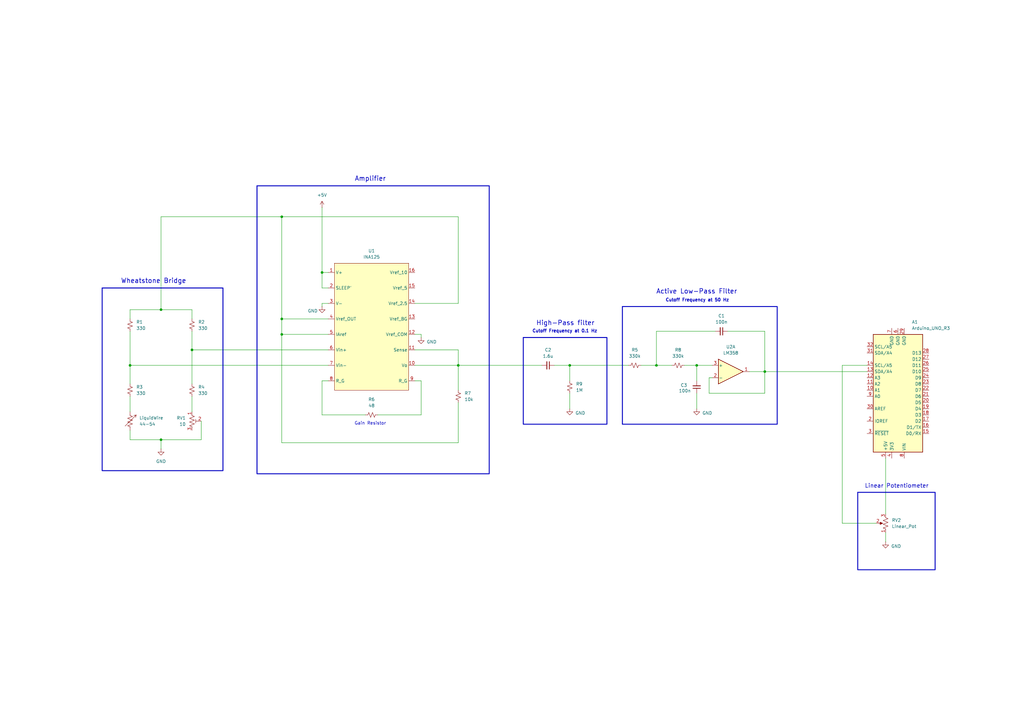
<source format=kicad_sch>
(kicad_sch (version 20250114) (generator "eeschema") (generator_version "9.0")
  (paper "A3")
  (title_block (title "LiquidWire Capstone") (date "2026-01-26") (rev "v1"))
  (lib_symbols
    (symbol "Amplifier_Operational:LM358" (pin_names (offset 0.127))
      (property "Reference" "U" (at 0 5.08 0))
      (property "Value" "LM358" (at 0 -5.08 0))
      (symbol "LM358_1_1"
        (polyline (pts (xy -5.08 5.08) (xy 5.08 0) (xy -5.08 -5.08) (xy -5.08 5.08)) (stroke (width 0.254)) (fill (type background)))
        (pin input line (at -7.62 2.54 0) (length 2.54) (name "+") (number "3"))
        (pin input line (at -7.62 -2.54 0) (length 2.54) (name "-") (number "2"))
        (pin output line (at 7.62 0 180) (length 2.54) (name "~") (number "1"))
      )
      (symbol "LM358_2_1"
        (polyline (pts (xy -5.08 5.08) (xy 5.08 0) (xy -5.08 -5.08) (xy -5.08 5.08)) (stroke (width 0.254)) (fill (type background)))
        (pin input line (at -7.62 2.54 0) (length 2.54) (name "+") (number "5"))
        (pin input line (at -7.62 -2.54 0) (length 2.54) (name "-") (number "6"))
        (pin output line (at 7.62 0 180) (length 2.54) (name "~") (number "7"))
      )
      (symbol "LM358_3_1"
        (pin power_in line (at -2.54 7.62 270) (length 3.81) (name "V+") (number "8"))
        (pin power_in line (at -2.54 -7.62 90) (length 3.81) (name "V-") (number "4"))
      )
    )
    (symbol "Device:C_Small" (pin_numbers (hide yes)) (pin_names (offset 0.254) (hide yes))
      (property "Reference" "C" (at 0.254 1.778 0))
      (property "Value" "C_Small" (at 0.254 -2.032 0))
      (symbol "C_Small_0_1"
        (polyline (pts (xy -1.524 0.508) (xy 1.524 0.508)) (stroke (width 0.3048)))
        (polyline (pts (xy -1.524 -0.508) (xy 1.524 -0.508)) (stroke (width 0.3302)))
      )
      (symbol "C_Small_1_1"
        (pin passive line (at 0 2.54 270) (length 2.032) (name "~") (number "1"))
        (pin passive line (at 0 -2.54 90) (length 2.032) (name "~") (number "2"))
      )
    )
    (symbol "Device:R_Potentiometer_Trim_US" (pin_names (offset 1.016) (hide yes))
      (property "Reference" "RV" (at -4.445 0 90))
      (property "Value" "R_Potentiometer_Trim_US" (at -2.54 0 90))
      (symbol "R_Potentiometer_Trim_US_0_1"
        (polyline (pts (xy 0 2.286) (xy 0 2.54)))
        (polyline (pts (xy 0 2.286) (xy 1.016 1.905) (xy 0 1.524) (xy -1.016 1.143) (xy 0 0.762)))
        (polyline (pts (xy 0 0.762) (xy 1.016 0.381) (xy 0 0) (xy -1.016 -0.381) (xy 0 -0.762)))
        (polyline (pts (xy 0 -0.762) (xy 1.016 -1.143) (xy 0 -1.524) (xy -1.016 -1.905) (xy 0 -2.286)))
        (polyline (pts (xy 0 -2.286) (xy 0 -2.54)))
        (polyline (pts (xy 1.524 0.762) (xy 1.524 -0.762)))
        (polyline (pts (xy 2.54 0) (xy 1.524 0)))
      )
      (symbol "R_Potentiometer_Trim_US_1_1"
        (pin passive line (at 0 3.81 270) (length 1.27) (name "1") (number "1"))
        (pin passive line (at 0 -3.81 90) (length 1.27) (name "3") (number "3"))
        (pin passive line (at 3.81 0 180) (length 1.27) (name "2") (number "2"))
      )
    )
    (symbol "Device:R_Potentiometer_US" (pin_names (offset 1.016) (hide yes))
      (property "Reference" "RV" (at -4.445 0 90))
      (property "Value" "R_Potentiometer_US" (at -2.54 0 90))
      (symbol "R_Potentiometer_US_0_1"
        (polyline (pts (xy 0 2.54) (xy 0 2.286)))
        (polyline (pts (xy 0 2.286) (xy 1.016 1.905) (xy 0 1.524) (xy -1.016 1.143) (xy 0 0.762)))
        (polyline (pts (xy 0 0.762) (xy 1.016 0.381) (xy 0 0) (xy -1.016 -0.381) (xy 0 -0.762)))
        (polyline (pts (xy 0 -0.762) (xy 1.016 -1.143) (xy 0 -1.524) (xy -1.016 -1.905) (xy 0 -2.286)))
        (polyline (pts (xy 0 -2.286) (xy 0 -2.54)))
        (polyline (pts (xy 1.143 0) (xy 2.286 0.508) (xy 2.286 -0.508) (xy 1.143 0)) (fill (type outline)))
        (polyline (pts (xy 2.54 0) (xy 1.524 0)))
      )
      (symbol "R_Potentiometer_US_1_1"
        (pin passive line (at 0 3.81 270) (length 1.27) (name "1") (number "1"))
        (pin passive line (at 0 -3.81 90) (length 1.27) (name "3") (number "3"))
        (pin passive line (at 3.81 0 180) (length 1.27) (name "2") (number "2"))
      )
    )
    (symbol "Device:R_Small_US" (pin_numbers (hide yes)) (pin_names (offset 0.254) (hide yes))
      (property "Reference" "R" (at 0.762 0.508 0))
      (property "Value" "R_Small_US" (at 0.762 -1.016 0))
      (symbol "R_Small_US_1_1"
        (polyline (pts (xy 0 1.524) (xy 1.016 1.143) (xy 0 0.762) (xy -1.016 0.381) (xy 0 0)))
        (polyline (pts (xy 0 0) (xy 1.016 -0.381) (xy 0 -0.762) (xy -1.016 -1.143) (xy 0 -1.524)))
        (pin passive line (at 0 2.54 270) (length 1.016) (name "~") (number "1"))
        (pin passive line (at 0 -2.54 90) (length 1.016) (name "~") (number "2"))
      )
    )
    (symbol "Device:R_Variable_US" (pin_numbers (hide yes)) (pin_names (offset 0))
      (property "Reference" "R" (at 2.54 -2.54 90))
      (property "Value" "R_Variable_US" (at -2.54 -1.27 90))
      (symbol "R_Variable_US_0_1"
        (polyline (pts (xy 0 2.286) (xy 0 2.54)))
        (polyline (pts (xy 0 2.286) (xy 1.016 1.905) (xy 0 1.524) (xy -1.016 1.143) (xy 0 0.762)) (stroke (width 0.1524)))
        (polyline (pts (xy 0 0.762) (xy 1.016 0.381) (xy 0 0) (xy -1.016 -0.381) (xy 0 -0.762)))
        (polyline (pts (xy 0 -0.762) (xy 1.016 -1.143) (xy 0 -1.524) (xy -1.016 -1.905) (xy 0 -2.286)))
        (polyline (pts (xy 0 -2.286) (xy 0 -2.54)))
        (polyline (pts (xy 2.286 1.524) (xy 2.54 2.54) (xy 1.524 2.286) (xy 2.54 2.54) (xy -2.032 -2.032)) (stroke (width 0.1524)))
      )
      (symbol "R_Variable_US_1_1"
        (pin passive line (at 0 3.81 270) (length 1.27) (name "~") (number "1"))
        (pin passive line (at 0 -3.81 90) (length 1.27) (name "~") (number "2"))
      )
    )
    (symbol "Elijah:INA125"
      (property "Reference" "U" (at 0 0 0))
      (property "Value" "INA125" (at -0.254 -30.988 0))
      (symbol "INA125_1_1"
        (rectangle (start -15.24 -5.08) (end 15.24 -57.15) (fill (type background)))
        (pin input line (at -17.78 -8.89 0) (length 2.54) (name "V+") (number "1"))
        (pin input line (at -17.78 -15.24 0) (length 2.54) (name "SLEEP'") (number "2"))
        (pin input line (at -17.78 -21.59 0) (length 2.54) (name "V-") (number "3"))
        (pin output line (at -17.78 -27.94 0) (length 2.54) (name "Vref_OUT") (number "4"))
        (pin input line (at -17.78 -34.29 0) (length 2.54) (name "IAref") (number "5"))
        (pin input line (at -17.78 -40.64 0) (length 2.54) (name "Vin+") (number "6"))
        (pin input line (at -17.78 -46.99 0) (length 2.54) (name "Vin-") (number "7"))
        (pin input line (at -17.78 -53.34 0) (length 2.54) (name "R_G") (number "8"))
        (pin input line (at 17.78 -8.89 180) (length 2.54) (name "Vref_10") (number "16"))
        (pin input line (at 17.78 -15.24 180) (length 2.54) (name "Vref_5") (number "15"))
        (pin input line (at 17.78 -21.59 180) (length 2.54) (name "Vref_2.5") (number "14"))
        (pin input line (at 17.78 -27.94 180) (length 2.54) (name "Vref_BG") (number "13"))
        (pin input line (at 17.78 -34.29 180) (length 2.54) (name "Vref_COM") (number "12"))
        (pin input line (at 17.78 -40.64 180) (length 2.54) (name "Sense") (number "11"))
        (pin output line (at 17.78 -46.99 180) (length 2.54) (name "Vo") (number "10"))
        (pin input line (at 17.78 -53.34 180) (length 2.54) (name "R_G") (number "9"))
      )
    )
    (symbol "MCU_Module:Arduino_UNO_R3"
      (property "Reference" "A" (at -10.16 23.495 0))
      (property "Value" "Arduino_UNO_R3" (at 5.08 -26.67 0))
      (symbol "Arduino_UNO_R3_0_1"
        (rectangle (start -10.16 22.86) (end 10.16 -25.4) (stroke (width 0.254)) (fill (type background)))
      )
      (symbol "Arduino_UNO_R3_1_1"
        (pin bidirectional line (at -12.7 15.24 0) (length 2.54) (name "D0/RX") (number "15"))
        (pin bidirectional line (at -12.7 12.7 0) (length 2.54) (name "D1/TX") (number "16"))
        (pin bidirectional line (at -12.7 10.16 0) (length 2.54) (name "D2") (number "17"))
        (pin bidirectional line (at -12.7 7.62 0) (length 2.54) (name "D3") (number "18"))
        (pin bidirectional line (at -12.7 5.08 0) (length 2.54) (name "D4") (number "19"))
        (pin bidirectional line (at -12.7 2.54 0) (length 2.54) (name "D5") (number "20"))
        (pin bidirectional line (at -12.7 0 0) (length 2.54) (name "D6") (number "21"))
        (pin bidirectional line (at -12.7 -2.54 0) (length 2.54) (name "D7") (number "22"))
        (pin bidirectional line (at -12.7 -5.08 0) (length 2.54) (name "D8") (number "23"))
        (pin bidirectional line (at -12.7 -7.62 0) (length 2.54) (name "D9") (number "24"))
        (pin bidirectional line (at -12.7 -10.16 0) (length 2.54) (name "D10") (number "25"))
        (pin bidirectional line (at -12.7 -12.7 0) (length 2.54) (name "D11") (number "26"))
        (pin bidirectional line (at -12.7 -15.24 0) (length 2.54) (name "D12") (number "27"))
        (pin bidirectional line (at -12.7 -17.78 0) (length 2.54) (name "D13") (number "28"))
        (pin no_connect line (at -10.16 -20.32 0) (length 2.54) (hide yes) (name "NC") (number "1"))
        (pin power_in line (at -2.54 25.4 270) (length 2.54) (name "VIN") (number "8"))
        (pin power_in line (at -2.54 -27.94 90) (length 2.54) (name "GND") (number "29"))
        (pin power_in line (at 0 -27.94 90) (length 2.54) (name "GND") (number "6"))
        (pin power_out line (at 2.54 25.4 270) (length 2.54) (name "3V3") (number "4"))
        (pin power_in line (at 2.54 -27.94 90) (length 2.54) (name "GND") (number "7"))
        (pin power_out line (at 5.08 25.4 270) (length 2.54) (name "+5V") (number "5"))
        (pin input line (at 12.7 15.24 180) (length 2.54) (name "~{RESET}") (number "3"))
        (pin output line (at 12.7 10.16 180) (length 2.54) (name "IOREF") (number "2"))
        (pin input line (at 12.7 5.08 180) (length 2.54) (name "AREF") (number "30"))
        (pin bidirectional line (at 12.7 0 180) (length 2.54) (name "A0") (number "9"))
        (pin bidirectional line (at 12.7 -2.54 180) (length 2.54) (name "A1") (number "10"))
        (pin bidirectional line (at 12.7 -5.08 180) (length 2.54) (name "A2") (number "11"))
        (pin bidirectional line (at 12.7 -7.62 180) (length 2.54) (name "A3") (number "12"))
        (pin bidirectional line (at 12.7 -10.16 180) (length 2.54) (name "SDA/A4") (number "13"))
        (pin bidirectional line (at 12.7 -12.7 180) (length 2.54) (name "SCL/A5") (number "14"))
        (pin bidirectional line (at 12.7 -17.78 180) (length 2.54) (name "SDA/A4") (number "31"))
        (pin bidirectional line (at 12.7 -20.32 180) (length 2.54) (name "SCL/A5") (number "32"))
      )
    )
    (symbol "power:+5V" (power) (pin_numbers (hide yes)) (pin_names (offset 0) (hide yes))
      (property "Value" "+5V" (at 0 3.556 0))
      (symbol "+5V_0_1"
        (polyline (pts (xy -0.762 1.27) (xy 0 2.54)))
        (polyline (pts (xy 0 2.54) (xy 0.762 1.27)))
        (polyline (pts (xy 0 0) (xy 0 2.54)))
      )
      (symbol "+5V_1_1"
        (pin power_in line (at 0 0 90) (length 0) (name "~") (number "1"))
      )
    )
    (symbol "power:GND" (power) (pin_numbers (hide yes)) (pin_names (offset 0) (hide yes))
      (property "Value" "GND" (at 0 -3.81 0))
      (symbol "GND_0_1"
        (polyline (pts (xy 0 0) (xy 0 -1.27) (xy 1.27 -1.27) (xy 0 -2.54) (xy -1.27 -1.27) (xy 0 -1.27)))
      )
      (symbol "GND_1_1"
        (pin power_in line (at 0 0 270) (length 0) (name "~") (number "1"))
      )
    )
  )
  (rectangle (start 351.79 201.93) (end 383.54 233.68) (stroke (width 0.381)))
  (rectangle (start 214.63 138.43) (end 248.92 173.99) (stroke (width 0.381)))
  (rectangle (start 41.91 118.11) (end 91.44 193.04) (stroke (width 0.381)))
  (rectangle (start 255.27 125.73) (end 318.77 173.99) (stroke (width 0.381)))
  (rectangle (start 105.41 76.2) (end 200.66 194.31) (stroke (width 0.381)))
  (text "Wheatstone Bridge\n" (at 62.992 115.316 0) (effects (font (size 1.905 1.905) (thickness 0.2381))))
  (text "Cutoff Frequency at 0.1 Hz" (at 231.648 135.89 0) (effects (font (size 1.27 1.27) (thickness 0.254) (bold yes))))
  (text "High-Pass filter" (at 231.902 132.588 0) (effects (font (size 1.905 1.905) (thickness 0.2381))))
  (text "Gain Resistor" (at 151.892 173.736 0) (effects (font (size 1.27 1.27))))
  (text "Amplifier" (at 151.892 73.406 0) (effects (font (size 1.905 1.905) (thickness 0.2381))))
  (text "Cutoff Frequency at 50 Hz" (at 286.004 123.19 0) (effects (font (size 1.27 1.27) (thickness 0.254) (bold yes))))
  (text "Linear Potentiometer" (at 367.792 199.39 0) (effects (font (size 1.651 1.651) (thickness 0.2064))))
  (text "Active Low-Pass Filter" (at 285.75 119.634 0) (effects (font (size 1.905 1.905) (thickness 0.2381))))
  (junction (at 53.34 149.86))
  (junction (at 233.68 149.86))
  (junction (at 115.57 88.9))
  (junction (at 132.08 111.76))
  (junction (at 66.04 127))
  (junction (at 115.57 130.81))
  (junction (at 313.69 152.4))
  (junction (at 78.74 143.51))
  (junction (at 187.96 149.86))
  (junction (at 269.24 149.86))
  (junction (at 66.04 180.34))
  (junction (at 285.75 149.86))
  (junction (at 115.57 137.16))
  (wire (pts (xy 285.75 161.29) (xy 285.75 167.64)))
  (wire (pts (xy 53.34 149.86) (xy 53.34 157.48)))
  (wire (pts (xy 134.62 124.46) (xy 132.08 124.46)))
  (wire (pts (xy 78.74 143.51) (xy 134.62 143.51)))
  (wire (pts (xy 285.75 149.86) (xy 292.1 149.86)))
  (wire (pts (xy 53.34 149.86) (xy 134.62 149.86)))
  (wire (pts (xy 363.22 218.44) (xy 363.22 222.25)))
  (wire (pts (xy 345.44 149.86) (xy 355.6 149.86)))
  (wire (pts (xy 187.96 88.9) (xy 187.96 124.46)))
  (wire (pts (xy 187.96 165.1) (xy 187.96 181.61)))
  (wire (pts (xy 233.68 149.86) (xy 233.68 156.21)))
  (wire (pts (xy 233.68 161.29) (xy 233.68 167.64)))
  (wire (pts (xy 269.24 149.86) (xy 275.59 149.86)))
  (wire (pts (xy 269.24 135.89) (xy 293.37 135.89)))
  (wire (pts (xy 359.41 214.63) (xy 345.44 214.63)))
  (wire (pts (xy 66.04 180.34) (xy 66.04 184.15)))
  (wire (pts (xy 285.75 149.86) (xy 285.75 156.21)))
  (wire (pts (xy 53.34 162.56) (xy 53.34 168.91)))
  (wire (pts (xy 115.57 130.81) (xy 115.57 88.9)))
  (wire (pts (xy 170.18 143.51) (xy 187.96 143.51)))
  (wire (pts (xy 132.08 118.11) (xy 132.08 111.76)))
  (wire (pts (xy 262.89 149.86) (xy 269.24 149.86)))
  (wire (pts (xy 134.62 137.16) (xy 115.57 137.16)))
  (wire (pts (xy 172.72 156.21) (xy 170.18 156.21)))
  (wire (pts (xy 78.74 127) (xy 78.74 130.81)))
  (wire (pts (xy 187.96 181.61) (xy 115.57 181.61)))
  (wire (pts (xy 187.96 149.86) (xy 187.96 160.02)))
  (wire (pts (xy 132.08 111.76) (xy 134.62 111.76)))
  (wire (pts (xy 132.08 124.46) (xy 132.08 125.73)))
  (wire (pts (xy 66.04 127) (xy 78.74 127)))
  (wire (pts (xy 115.57 88.9) (xy 187.96 88.9)))
  (wire (pts (xy 170.18 124.46) (xy 187.96 124.46)))
  (wire (pts (xy 170.18 137.16) (xy 172.72 137.16)))
  (wire (pts (xy 134.62 156.21) (xy 132.08 156.21)))
  (wire (pts (xy 187.96 149.86) (xy 222.25 149.86)))
  (wire (pts (xy 134.62 130.81) (xy 115.57 130.81)))
  (wire (pts (xy 82.55 172.72) (xy 82.55 180.34)))
  (wire (pts (xy 132.08 170.18) (xy 149.86 170.18)))
  (wire (pts (xy 134.62 118.11) (xy 132.08 118.11)))
  (wire (pts (xy 345.44 214.63) (xy 345.44 149.86)))
  (wire (pts (xy 66.04 88.9) (xy 66.04 127)))
  (wire (pts (xy 280.67 149.86) (xy 285.75 149.86)))
  (wire (pts (xy 132.08 156.21) (xy 132.08 170.18)))
  (wire (pts (xy 313.69 152.4) (xy 313.69 161.29)))
  (wire (pts (xy 172.72 170.18) (xy 172.72 156.21)))
  (wire (pts (xy 66.04 180.34) (xy 82.55 180.34)))
  (wire (pts (xy 78.74 143.51) (xy 78.74 157.48)))
  (wire (pts (xy 66.04 88.9) (xy 115.57 88.9)))
  (wire (pts (xy 53.34 127) (xy 66.04 127)))
  (wire (pts (xy 53.34 135.89) (xy 53.34 149.86)))
  (wire (pts (xy 170.18 149.86) (xy 187.96 149.86)))
  (wire (pts (xy 233.68 149.86) (xy 257.81 149.86)))
  (wire (pts (xy 53.34 180.34) (xy 53.34 176.53)))
  (wire (pts (xy 307.34 152.4) (xy 313.69 152.4)))
  (wire (pts (xy 363.22 187.96) (xy 363.22 210.82)))
  (wire (pts (xy 132.08 85.09) (xy 132.08 111.76)))
  (wire (pts (xy 269.24 149.86) (xy 269.24 135.89)))
  (wire (pts (xy 53.34 127) (xy 53.34 130.81)))
  (wire (pts (xy 227.33 149.86) (xy 233.68 149.86)))
  (wire (pts (xy 78.74 135.89) (xy 78.74 143.51)))
  (wire (pts (xy 115.57 130.81) (xy 115.57 137.16)))
  (wire (pts (xy 290.83 154.94) (xy 292.1 154.94)))
  (wire (pts (xy 78.74 162.56) (xy 78.74 168.91)))
  (wire (pts (xy 187.96 149.86) (xy 187.96 143.51)))
  (wire (pts (xy 172.72 137.16) (xy 172.72 138.43)))
  (wire (pts (xy 66.04 180.34) (xy 53.34 180.34)))
  (wire (pts (xy 290.83 161.29) (xy 290.83 154.94)))
  (wire (pts (xy 115.57 137.16) (xy 115.57 181.61)))
  (wire (pts (xy 313.69 152.4) (xy 355.6 152.4)))
  (wire (pts (xy 313.69 135.89) (xy 313.69 152.4)))
  (wire (pts (xy 298.45 135.89) (xy 313.69 135.89)))
  (wire (pts (xy 154.94 170.18) (xy 172.72 170.18)))
  (wire (pts (xy 313.69 161.29) (xy 290.83 161.29)))
  (symbol (lib_id "Device:R_Small_US") (at 233.68 158.75 180) (unit 1)
    (property "Reference" "R9" (at 236.22 157.4799 0) (effects (justify right)))
    (property "Value" "1M" (at 236.22 160.0199 0) (effects (justify right)))
    (property "Description" "Resistor, small US symbol" (effects (hide yes)))
  )
  (symbol (lib_id "Device:R_Small_US") (at 278.13 149.86 90) (unit 1)
    (property "Reference" "R8" (at 278.13 143.51 90))
    (property "Value" "330k" (at 278.13 146.05 90))
    (property "Description" "Resistor, small US symbol" (effects (hide yes)))
  )
  (symbol (lib_id "Amplifier_Operational:LM358") (at 299.72 152.4 0) (unit 1)
    (property "Reference" "U2" (at 299.72 142.24 0))
    (property "Value" "LM358" (at 299.72 144.78 0))
    (property "Datasheet" "http://www.ti.com/lit/ds/symlink/lm2904-n.pdf" (effects (hide yes)))
    (property "Description" "Low-Power, Dual Operational Amplifiers, DIP-8/SOIC-8/TO-99-8" (effects (hide yes)))
  )
  (symbol (lib_id "Elijah:INA125") (at 152.4 102.87 0) (unit 1)
    (property "Reference" "U1" (at 152.4 102.87 0))
    (property "Value" "INA125" (at 152.4 105.41 0))
  )
  (symbol (lib_id "Device:R_Variable_US") (at 53.34 172.72 0) (unit 1)
    (property "Reference" "LiquidWire" (at 57.15 171.4118 0) (effects (justify left)))
    (property "Value" "44-54" (at 57.15 173.9518 0) (effects (justify left)))
    (property "Description" "Variable resistor, US symbol" (effects (hide yes)))
  )
  (symbol (lib_id "power:GND") (at 285.75 167.64 0) (unit 1)
    (property "Reference" "#PWR06" (effects (hide yes)))
    (property "Value" "GND" (at 290.068 169.418 0))
    (property "Description" "Power symbol creates a global label with name \"GND\" , ground" (effects (hide yes)))
  )
  (symbol (lib_id "power:+5V") (at 132.08 85.09 0) (unit 1)
    (property "Reference" "#PWR03" (effects (hide yes)))
    (property "Value" "+5V" (at 132.08 80.01 0))
    (property "Description" "Power symbol creates a global label with name \"+5V\"" (effects (hide yes)))
  )
  (symbol (lib_id "Device:C_Small") (at 285.75 158.75 180) (unit 1)
    (property "Reference" "C3" (at 279.146 157.988 0) (effects (justify right)))
    (property "Value" "100n" (at 278.384 160.274 0) (effects (justify right)))
    (property "Description" "Unpolarized capacitor, small symbol" (effects (hide yes)))
  )
  (symbol (lib_id "Device:R_Small_US") (at 78.74 160.02 0) (unit 1)
    (property "Reference" "R4" (at 81.28 158.7499 0) (effects (justify left)))
    (property "Value" "330" (at 81.28 161.2899 0) (effects (justify left)))
    (property "Description" "Resistor, small US symbol" (effects (hide yes)))
  )
  (symbol (lib_id "Device:C_Small") (at 224.79 149.86 270) (unit 1)
    (property "Reference" "C2" (at 224.7836 143.51 90))
    (property "Value" "1.6u" (at 224.7836 146.05 90))
    (property "Description" "Unpolarized capacitor, small symbol" (effects (hide yes)))
  )
  (symbol (lib_id "power:GND") (at 233.68 167.64 0) (unit 1)
    (property "Reference" "#PWR07" (effects (hide yes)))
    (property "Value" "GND" (at 237.998 169.418 0))
    (property "Description" "Power symbol creates a global label with name \"GND\" , ground" (effects (hide yes)))
  )
  (symbol (lib_id "MCU_Module:Arduino_UNO_R3") (at 368.3 162.56 180) (unit 1)
    (property "Reference" "A1" (at 373.9581 132.08 0) (effects (justify right)))
    (property "Value" "Arduino_UNO_R3" (at 373.9581 134.62 0) (effects (justify right)))
    (property "Footprint" "Module:Arduino_UNO_R3" (effects (hide yes)))
    (property "Datasheet" "https://www.arduino.cc/en/Main/arduinoBoardUno" (effects (hide yes)))
    (property "Description" "Arduino UNO Microcontroller Module, release 3" (effects (hide yes)))
  )
  (symbol (lib_id "Device:R_Small_US") (at 187.96 162.56 0) (unit 1)
    (property "Reference" "R7" (at 190.5 161.2899 0) (effects (justify left)))
    (property "Value" "10k" (at 190.5 163.8299 0) (effects (justify left)))
    (property "Description" "Resistor, small US symbol" (effects (hide yes)))
  )
  (symbol (lib_id "Device:R_Potentiometer_Trim_US") (at 78.74 172.72 0) (unit 1)
    (property "Reference" "RV1" (at 76.2 171.4499 0) (effects (justify right)))
    (property "Value" "10" (at 76.2 173.9899 0) (effects (justify right)))
    (property "Description" "Trim-potentiometer, US symbol" (effects (hide yes)))
  )
  (symbol (lib_id "Device:R_Small_US") (at 260.35 149.86 90) (unit 1)
    (property "Reference" "R5" (at 260.35 143.51 90))
    (property "Value" "330k" (at 260.35 146.05 90))
    (property "Description" "Resistor, small US symbol" (effects (hide yes)))
  )
  (symbol (lib_id "power:GND") (at 172.72 138.43 0) (unit 1)
    (property "Reference" "#PWR04" (effects (hide yes)))
    (property "Value" "GND" (at 177.038 140.208 0))
    (property "Description" "Power symbol creates a global label with name \"GND\" , ground" (effects (hide yes)))
  )
  (symbol (lib_id "Device:C_Small") (at 295.91 135.89 270) (unit 1)
    (property "Reference" "C1" (at 295.9036 129.54 90))
    (property "Value" "100n" (at 295.9036 132.08 90))
    (property "Description" "Unpolarized capacitor, small symbol" (effects (hide yes)))
  )
  (symbol (lib_id "power:GND") (at 66.04 184.15 0) (unit 1)
    (property "Reference" "#PWR01" (effects (hide yes)))
    (property "Value" "GND" (at 66.04 189.23 0))
    (property "Description" "Power symbol creates a global label with name \"GND\" , ground" (effects (hide yes)))
  )
  (symbol (lib_id "Device:R_Small_US") (at 152.4 170.18 90) (unit 1)
    (property "Reference" "R6" (at 152.4 163.83 90))
    (property "Value" "48" (at 152.4 166.37 90))
    (property "Description" "Resistor, small US symbol" (effects (hide yes)))
  )
  (symbol (lib_id "power:GND") (at 132.08 125.73 0) (unit 1)
    (property "Reference" "#PWR02" (effects (hide yes)))
    (property "Value" "GND" (at 128.27 127.508 0))
    (property "Description" "Power symbol creates a global label with name \"GND\" , ground" (effects (hide yes)))
  )
  (symbol (lib_id "Device:R_Potentiometer_US") (at 363.22 214.63 180) (unit 1)
    (property "Reference" "RV2" (at 365.76 213.3599 0) (effects (justify right)))
    (property "Value" "Linear_Pot" (at 365.76 215.8999 0) (effects (justify right)))
    (property "Description" "Potentiometer, US symbol" (effects (hide yes)))
  )
  (symbol (lib_id "Device:R_Small_US") (at 53.34 133.35 0) (unit 1)
    (property "Reference" "R1" (at 55.88 132.0799 0) (effects (justify left)))
    (property "Value" "330" (at 55.88 134.6199 0) (effects (justify left)))
    (property "Description" "Resistor, small US symbol" (effects (hide yes)))
  )
  (symbol (lib_id "power:GND") (at 363.22 222.25 0) (unit 1)
    (property "Reference" "#PWR05" (effects (hide yes)))
    (property "Value" "GND" (at 367.538 224.028 0))
    (property "Description" "Power symbol creates a global label with name \"GND\" , ground" (effects (hide yes)))
  )
  (symbol (lib_id "Device:R_Small_US") (at 53.34 160.02 0) (unit 1)
    (property "Reference" "R3" (at 55.88 158.7499 0) (effects (justify left)))
    (property "Value" "330" (at 55.88 161.2899 0) (effects (justify left)))
    (property "Description" "Resistor, small US symbol" (effects (hide yes)))
  )
  (symbol (lib_id "Device:R_Small_US") (at 78.74 133.35 0) (unit 1)
    (property "Reference" "R2" (at 81.28 132.0799 0) (effects (justify left)))
    (property "Value" "330" (at 81.28 134.6199 0) (effects (justify left)))
    (property "Description" "Resistor, small US symbol" (effects (hide yes)))
  )
)
</source>
